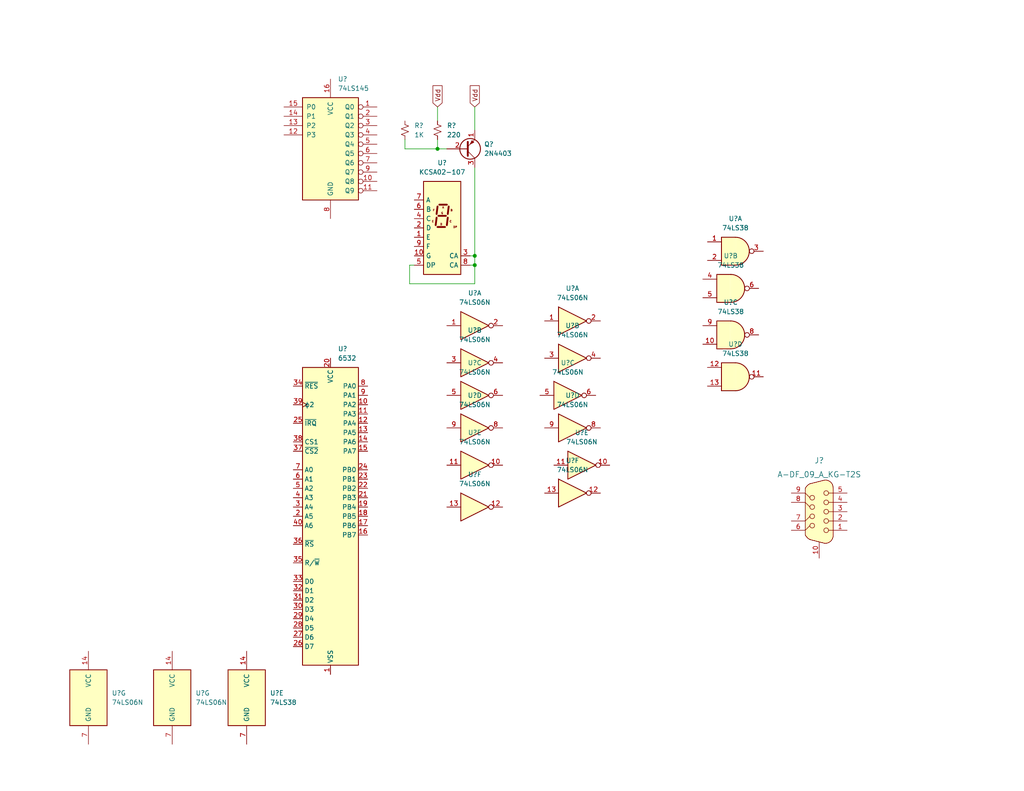
<source format=kicad_sch>
(kicad_sch (version 20211123) (generator eeschema)
  (paper "USLetter")
  (lib_symbols
    (symbol "74xx:74LS06N" (pin_names (offset 1.016))
      (property "Reference" "U" (at 0 1.27 0))
      (property "Value" "74LS06N" (at 0 -1.27 0))
      (symbol "74LS06N_1_0"
        (polyline (pts (xy -3.81 3.81) (xy -3.81 -3.81) (xy 3.81 0) (xy -3.81 3.81)) (stroke (width 0.254)) (fill (type background)))
        (pin input line (at -7.62 0 0) (length 3.81) (name "~") (number "1"))
        (pin open_collector inverted (at 7.62 0 180) (length 3.81) (name "~") (number "2"))
      )
      (symbol "74LS06N_2_0"
        (polyline (pts (xy -3.81 3.81) (xy -3.81 -3.81) (xy 3.81 0) (xy -3.81 3.81)) (stroke (width 0.254)) (fill (type background)))
        (pin input line (at -7.62 0 0) (length 3.81) (name "~") (number "3"))
        (pin open_collector inverted (at 7.62 0 180) (length 3.81) (name "~") (number "4"))
      )
      (symbol "74LS06N_3_0"
        (polyline (pts (xy -3.81 3.81) (xy -3.81 -3.81) (xy 3.81 0) (xy -3.81 3.81)) (stroke (width 0.254)) (fill (type background)))
        (pin input line (at -7.62 0 0) (length 3.81) (name "~") (number "5"))
        (pin open_collector inverted (at 7.62 0 180) (length 3.81) (name "~") (number "6"))
      )
      (symbol "74LS06N_4_0"
        (polyline (pts (xy -3.81 3.81) (xy -3.81 -3.81) (xy 3.81 0) (xy -3.81 3.81)) (stroke (width 0.254)) (fill (type background)))
        (pin open_collector inverted (at 7.62 0 180) (length 3.81) (name "~") (number "8"))
        (pin input line (at -7.62 0 0) (length 3.81) (name "~") (number "9"))
      )
      (symbol "74LS06N_5_0"
        (polyline (pts (xy -3.81 3.81) (xy -3.81 -3.81) (xy 3.81 0) (xy -3.81 3.81)) (stroke (width 0.254)) (fill (type background)))
        (pin open_collector inverted (at 7.62 0 180) (length 3.81) (name "~") (number "10"))
        (pin input line (at -7.62 0 0) (length 3.81) (name "~") (number "11"))
      )
      (symbol "74LS06N_6_0"
        (polyline (pts (xy -3.81 3.81) (xy -3.81 -3.81) (xy 3.81 0) (xy -3.81 3.81)) (stroke (width 0.254)) (fill (type background)))
        (pin open_collector inverted (at 7.62 0 180) (length 3.81) (name "~") (number "12"))
        (pin input line (at -7.62 0 0) (length 3.81) (name "~") (number "13"))
      )
      (symbol "74LS06N_7_0"
        (pin power_in line (at 0 12.7 270) (length 5.08) (name "VCC") (number "14"))
        (pin power_in line (at 0 -12.7 90) (length 5.08) (name "GND") (number "7"))
      )
      (symbol "74LS06N_7_1"
        (rectangle (start -5.08 7.62) (end 5.08 -7.62) (stroke (width 0.254)) (fill (type background)))
      )
    )
    (symbol "74xx:74LS145" (pin_names (offset 1.016))
      (property "Reference" "U" (at -7.62 13.97 0))
      (property "Value" "74LS145" (at -7.62 -16.51 0))
      (symbol "74LS145_1_0"
        (pin open_collector inverted (at 12.7 10.16 180) (length 5.08) (name "Q0") (number "1"))
        (pin open_collector inverted (at 12.7 -10.16 180) (length 5.08) (name "Q8") (number "10"))
        (pin open_collector inverted (at 12.7 -12.7 180) (length 5.08) (name "Q9") (number "11"))
        (pin input line (at -12.7 2.54 0) (length 5.08) (name "P3") (number "12"))
        (pin input line (at -12.7 5.08 0) (length 5.08) (name "P2") (number "13"))
        (pin input line (at -12.7 7.62 0) (length 5.08) (name "P1") (number "14"))
        (pin input line (at -12.7 10.16 0) (length 5.08) (name "P0") (number "15"))
        (pin power_in line (at 0 17.78 270) (length 5.08) (name "VCC") (number "16"))
        (pin open_collector inverted (at 12.7 7.62 180) (length 5.08) (name "Q1") (number "2"))
        (pin open_collector inverted (at 12.7 5.08 180) (length 5.08) (name "Q2") (number "3"))
        (pin open_collector inverted (at 12.7 2.54 180) (length 5.08) (name "Q3") (number "4"))
        (pin open_collector inverted (at 12.7 0 180) (length 5.08) (name "Q4") (number "5"))
        (pin open_collector inverted (at 12.7 -2.54 180) (length 5.08) (name "Q5") (number "6"))
        (pin open_collector inverted (at 12.7 -5.08 180) (length 5.08) (name "Q6") (number "7"))
        (pin power_in line (at 0 -20.32 90) (length 5.08) (name "GND") (number "8"))
        (pin open_collector inverted (at 12.7 -7.62 180) (length 5.08) (name "Q7") (number "9"))
      )
      (symbol "74LS145_1_1"
        (rectangle (start -7.62 12.7) (end 7.62 -15.24) (stroke (width 0.254)) (fill (type background)))
      )
    )
    (symbol "74xx:74LS38" (pin_names (offset 1.016))
      (property "Reference" "U" (at 0 1.27 0))
      (property "Value" "74LS38" (at 0 -1.27 0))
      (symbol "74LS38_1_1"
        (arc (start 0 -3.81) (mid 3.81 0) (end 0 3.81) (stroke (width 0.254)) (fill (type background)))
        (polyline (pts (xy 0 3.81) (xy -3.81 3.81) (xy -3.81 -3.81) (xy 0 -3.81)) (stroke (width 0.254)) (fill (type background)))
        (pin input line (at -7.62 2.54 0) (length 3.81) (name "~") (number "1"))
        (pin input line (at -7.62 -2.54 0) (length 3.81) (name "~") (number "2"))
        (pin open_collector inverted (at 7.62 0 180) (length 3.81) (name "~") (number "3"))
      )
      (symbol "74LS38_1_2"
        (arc (start -3.81 -3.81) (mid -2.589 0) (end -3.81 3.81) (stroke (width 0.254)))
        (arc (start -0.6096 -3.81) (mid 2.1842 -2.5851) (end 3.81 0) (stroke (width 0.254)) (fill (type background)))
        (polyline (pts (xy -3.81 -3.81) (xy -0.635 -3.81)) (stroke (width 0.254)) (fill (type background)))
        (polyline (pts (xy -3.81 3.81) (xy -0.635 3.81)) (stroke (width 0.254)) (fill (type background)))
        (polyline (pts (xy -0.635 3.81) (xy -3.81 3.81) (xy -3.81 3.81) (xy -3.556 3.4036) (xy -3.0226 2.2606) (xy -2.6924 1.0414) (xy -2.6162 -0.254) (xy -2.7686 -1.4986) (xy -3.175 -2.7178) (xy -3.81 -3.81) (xy -3.81 -3.81) (xy -0.635 -3.81)) (stroke (width -25.4)) (fill (type background)))
        (arc (start 3.81 0) (mid 2.1915 2.5936) (end -0.6096 3.81) (stroke (width 0.254)) (fill (type background)))
        (pin input inverted (at -7.62 2.54 0) (length 4.318) (name "~") (number "1"))
        (pin input inverted (at -7.62 -2.54 0) (length 4.318) (name "~") (number "2"))
        (pin open_collector line (at 7.62 0 180) (length 3.81) (name "~") (number "3"))
      )
      (symbol "74LS38_2_1"
        (arc (start 0 -3.81) (mid 3.81 0) (end 0 3.81) (stroke (width 0.254)) (fill (type background)))
        (polyline (pts (xy 0 3.81) (xy -3.81 3.81) (xy -3.81 -3.81) (xy 0 -3.81)) (stroke (width 0.254)) (fill (type background)))
        (pin input line (at -7.62 2.54 0) (length 3.81) (name "~") (number "4"))
        (pin input line (at -7.62 -2.54 0) (length 3.81) (name "~") (number "5"))
        (pin open_collector inverted (at 7.62 0 180) (length 3.81) (name "~") (number "6"))
      )
      (symbol "74LS38_2_2"
        (arc (start -3.81 -3.81) (mid -2.589 0) (end -3.81 3.81) (stroke (width 0.254)))
        (arc (start -0.6096 -3.81) (mid 2.1842 -2.5851) (end 3.81 0) (stroke (width 0.254)) (fill (type background)))
        (polyline (pts (xy -3.81 -3.81) (xy -0.635 -3.81)) (stroke (width 0.254)) (fill (type background)))
        (polyline (pts (xy -3.81 3.81) (xy -0.635 3.81)) (stroke (width 0.254)) (fill (type background)))
        (polyline (pts (xy -0.635 3.81) (xy -3.81 3.81) (xy -3.81 3.81) (xy -3.556 3.4036) (xy -3.0226 2.2606) (xy -2.6924 1.0414) (xy -2.6162 -0.254) (xy -2.7686 -1.4986) (xy -3.175 -2.7178) (xy -3.81 -3.81) (xy -3.81 -3.81) (xy -0.635 -3.81)) (stroke (width -25.4)) (fill (type background)))
        (arc (start 3.81 0) (mid 2.1915 2.5936) (end -0.6096 3.81) (stroke (width 0.254)) (fill (type background)))
        (pin input inverted (at -7.62 2.54 0) (length 4.318) (name "~") (number "4"))
        (pin input inverted (at -7.62 -2.54 0) (length 4.318) (name "~") (number "5"))
        (pin open_collector line (at 7.62 0 180) (length 3.81) (name "~") (number "6"))
      )
      (symbol "74LS38_3_1"
        (arc (start 0 -3.81) (mid 3.81 0) (end 0 3.81) (stroke (width 0.254)) (fill (type background)))
        (polyline (pts (xy 0 3.81) (xy -3.81 3.81) (xy -3.81 -3.81) (xy 0 -3.81)) (stroke (width 0.254)) (fill (type background)))
        (pin input line (at -7.62 -2.54 0) (length 3.81) (name "~") (number "10"))
        (pin open_collector inverted (at 7.62 0 180) (length 3.81) (name "~") (number "8"))
        (pin input line (at -7.62 2.54 0) (length 3.81) (name "~") (number "9"))
      )
      (symbol "74LS38_3_2"
        (arc (start -3.81 -3.81) (mid -2.589 0) (end -3.81 3.81) (stroke (width 0.254)))
        (arc (start -0.6096 -3.81) (mid 2.1842 -2.5851) (end 3.81 0) (stroke (width 0.254)) (fill (type background)))
        (polyline (pts (xy -3.81 -3.81) (xy -0.635 -3.81)) (stroke (width 0.254)) (fill (type background)))
        (polyline (pts (xy -3.81 3.81) (xy -0.635 3.81)) (stroke (width 0.254)) (fill (type background)))
        (polyline (pts (xy -0.635 3.81) (xy -3.81 3.81) (xy -3.81 3.81) (xy -3.556 3.4036) (xy -3.0226 2.2606) (xy -2.6924 1.0414) (xy -2.6162 -0.254) (xy -2.7686 -1.4986) (xy -3.175 -2.7178) (xy -3.81 -3.81) (xy -3.81 -3.81) (xy -0.635 -3.81)) (stroke (width -25.4)) (fill (type background)))
        (arc (start 3.81 0) (mid 2.1915 2.5936) (end -0.6096 3.81) (stroke (width 0.254)) (fill (type background)))
        (pin input inverted (at -7.62 -2.54 0) (length 4.318) (name "~") (number "10"))
        (pin open_collector line (at 7.62 0 180) (length 3.81) (name "~") (number "8"))
        (pin input inverted (at -7.62 2.54 0) (length 4.318) (name "~") (number "9"))
      )
      (symbol "74LS38_4_1"
        (arc (start 0 -3.81) (mid 3.81 0) (end 0 3.81) (stroke (width 0.254)) (fill (type background)))
        (polyline (pts (xy 0 3.81) (xy -3.81 3.81) (xy -3.81 -3.81) (xy 0 -3.81)) (stroke (width 0.254)) (fill (type background)))
        (pin open_collector inverted (at 7.62 0 180) (length 3.81) (name "~") (number "11"))
        (pin input line (at -7.62 2.54 0) (length 3.81) (name "~") (number "12"))
        (pin input line (at -7.62 -2.54 0) (length 3.81) (name "~") (number "13"))
      )
      (symbol "74LS38_4_2"
        (arc (start -3.81 -3.81) (mid -2.589 0) (end -3.81 3.81) (stroke (width 0.254)))
        (arc (start -0.6096 -3.81) (mid 2.1842 -2.5851) (end 3.81 0) (stroke (width 0.254)) (fill (type background)))
        (polyline (pts (xy -3.81 -3.81) (xy -0.635 -3.81)) (stroke (width 0.254)) (fill (type background)))
        (polyline (pts (xy -3.81 3.81) (xy -0.635 3.81)) (stroke (width 0.254)) (fill (type background)))
        (polyline (pts (xy -0.635 3.81) (xy -3.81 3.81) (xy -3.81 3.81) (xy -3.556 3.4036) (xy -3.0226 2.2606) (xy -2.6924 1.0414) (xy -2.6162 -0.254) (xy -2.7686 -1.4986) (xy -3.175 -2.7178) (xy -3.81 -3.81) (xy -3.81 -3.81) (xy -0.635 -3.81)) (stroke (width -25.4)) (fill (type background)))
        (arc (start 3.81 0) (mid 2.1915 2.5936) (end -0.6096 3.81) (stroke (width 0.254)) (fill (type background)))
        (pin open_collector line (at 7.62 0 180) (length 3.81) (name "~") (number "11"))
        (pin input inverted (at -7.62 2.54 0) (length 4.318) (name "~") (number "12"))
        (pin input inverted (at -7.62 -2.54 0) (length 4.318) (name "~") (number "13"))
      )
      (symbol "74LS38_5_0"
        (pin power_in line (at 0 12.7 270) (length 5.08) (name "VCC") (number "14"))
        (pin power_in line (at 0 -12.7 90) (length 5.08) (name "GND") (number "7"))
      )
      (symbol "74LS38_5_1"
        (rectangle (start -5.08 7.62) (end 5.08 -7.62) (stroke (width 0.254)) (fill (type background)))
      )
    )
    (symbol "Device:Q_PNP_EBC" (pin_names (offset 0) hide)
      (property "Reference" "Q" (at 5.08 1.27 0))
      (property "Value" "Q_PNP_EBC" (at 5.08 -1.27 0))
      (symbol "Q_PNP_EBC_0_1"
        (polyline (pts (xy 0.635 0.635) (xy 2.54 2.54)))
        (polyline (pts (xy 0.635 -0.635) (xy 2.54 -2.54) (xy 2.54 -2.54)))
        (polyline (pts (xy 0.635 1.905) (xy 0.635 -1.905) (xy 0.635 -1.905)) (stroke (width 0.508)))
        (polyline (pts (xy 2.286 -1.778) (xy 1.778 -2.286) (xy 1.27 -1.27) (xy 2.286 -1.778) (xy 2.286 -1.778)) (fill (type outline)))
        (circle (center 1.27 0) (radius 2.8194) (stroke (width 0.254)))
      )
      (symbol "Q_PNP_EBC_1_1"
        (pin passive line (at 2.54 -5.08 90) (length 2.54) (name "E") (number "1"))
        (pin input line (at -5.08 0 0) (length 5.715) (name "B") (number "2"))
        (pin passive line (at 2.54 5.08 270) (length 2.54) (name "C") (number "3"))
      )
    )
    (symbol "Device:R_Small_US" (pin_numbers hide) (pin_names (offset 0.254) hide)
      (property "Reference" "R" (at 0.762 0.508 0))
      (property "Value" "R_Small_US" (at 0.762 -1.016 0))
      (symbol "R_Small_US_1_1"
        (polyline (pts (xy 0 0) (xy 1.016 -0.381) (xy 0 -0.762) (xy -1.016 -1.143) (xy 0 -1.524)))
        (polyline (pts (xy 0 1.524) (xy 1.016 1.143) (xy 0 0.762) (xy -1.016 0.381) (xy 0 0)))
        (pin passive line (at 0 2.54 270) (length 1.016) (name "~") (number "1"))
        (pin passive line (at 0 -2.54 90) (length 1.016) (name "~") (number "2"))
      )
    )
    (symbol "Display_Character:KCSA02-107" (pin_names (offset 0.635))
      (property "Reference" "U" (at -2.54 13.97 0))
      (property "Value" "KCSA02-107" (at 1.27 13.97 0))
      (symbol "KCSA02-107_0_0"
        (text "A" (at 0.254 5.588 0) (effects (font (size 0.508 0.508))))
        (text "B" (at 2.54 4.826 0) (effects (font (size 0.508 0.508))))
        (text "C" (at 2.286 1.778 0) (effects (font (size 0.508 0.508))))
        (text "D" (at -0.254 1.016 0) (effects (font (size 0.508 0.508))))
        (text "DP" (at 3.556 0.254 0) (effects (font (size 0.508 0.508))))
        (text "E" (at -2.54 1.778 0) (effects (font (size 0.508 0.508))))
        (text "F" (at -2.286 4.826 0) (effects (font (size 0.508 0.508))))
        (text "G" (at 0 4.064 0) (effects (font (size 0.508 0.508))))
      )
      (symbol "KCSA02-107_0_1"
        (rectangle (start -5.08 12.7) (end 5.08 -12.7) (stroke (width 0.254)) (fill (type background)))
        (polyline (pts (xy -1.524 2.794) (xy -1.778 0.762)) (stroke (width 0.508)))
        (polyline (pts (xy -1.27 0.254) (xy 0.762 0.254)) (stroke (width 0.508)))
        (polyline (pts (xy -1.27 5.842) (xy -1.524 3.81)) (stroke (width 0.508)))
        (polyline (pts (xy -1.016 3.302) (xy 1.016 3.302)) (stroke (width 0.508)))
        (polyline (pts (xy -0.762 6.35) (xy 1.27 6.35)) (stroke (width 0.508)))
        (polyline (pts (xy 1.524 2.794) (xy 1.27 0.762)) (stroke (width 0.508)))
        (polyline (pts (xy 1.778 5.842) (xy 1.524 3.81)) (stroke (width 0.508)))
        (polyline (pts (xy 2.54 0.254) (xy 2.54 0.254)) (stroke (width 0.508)))
      )
      (symbol "KCSA02-107_1_1"
        (pin input line (at -7.62 -2.54 0) (length 2.54) (name "E") (number "1"))
        (pin input line (at -7.62 -7.62 0) (length 2.54) (name "G") (number "10"))
        (pin input line (at -7.62 0 0) (length 2.54) (name "D") (number "2"))
        (pin input line (at 7.62 -7.62 180) (length 2.54) (name "CA") (number "3"))
        (pin input line (at -7.62 2.54 0) (length 2.54) (name "C") (number "4"))
        (pin input line (at -7.62 -10.16 0) (length 2.54) (name "DP") (number "5"))
        (pin input line (at -7.62 5.08 0) (length 2.54) (name "B") (number "6"))
        (pin input line (at -7.62 7.62 0) (length 2.54) (name "A") (number "7"))
        (pin input line (at 7.62 -10.16 180) (length 2.54) (name "CA") (number "8"))
        (pin input line (at -7.62 -5.08 0) (length 2.54) (name "F") (number "9"))
      )
    )
    (symbol "RetroLab 6502:6532"
      (property "Reference" "U" (at 2.54 45.72 0))
      (property "Value" "6532" (at 2.54 43.18 0))
      (symbol "6532_1_1"
        (rectangle (start -7.62 40.64) (end 7.62 -40.64) (stroke (width 0.254)) (fill (type background)))
        (pin power_in line (at 0 -43.18 90) (length 2.54) (name "VSS") (number "1"))
        (pin bidirectional line (at 10.16 30.48 180) (length 2.54) (name "PA2") (number "10"))
        (pin bidirectional line (at 10.16 27.94 180) (length 2.54) (name "PA3") (number "11"))
        (pin bidirectional line (at 10.16 25.4 180) (length 2.54) (name "PA4") (number "12"))
        (pin bidirectional line (at 10.16 22.86 180) (length 2.54) (name "PA5") (number "13"))
        (pin bidirectional line (at 10.16 20.32 180) (length 2.54) (name "PA6") (number "14"))
        (pin bidirectional line (at 10.16 17.78 180) (length 2.54) (name "PA7") (number "15"))
        (pin bidirectional line (at 10.16 -5.08 180) (length 2.54) (name "PB7") (number "16"))
        (pin bidirectional line (at 10.16 -2.54 180) (length 2.54) (name "PB6") (number "17"))
        (pin bidirectional line (at 10.16 0 180) (length 2.54) (name "PB5") (number "18"))
        (pin bidirectional line (at 10.16 2.54 180) (length 2.54) (name "PB4") (number "19"))
        (pin input line (at -10.16 0 0) (length 2.54) (name "A5") (number "2"))
        (pin power_in line (at 0 43.18 270) (length 2.54) (name "VCC") (number "20"))
        (pin bidirectional line (at 10.16 5.08 180) (length 2.54) (name "PB3") (number "21"))
        (pin bidirectional line (at 10.16 7.62 180) (length 2.54) (name "PB2") (number "22"))
        (pin bidirectional line (at 10.16 10.16 180) (length 2.54) (name "PB1") (number "23"))
        (pin bidirectional line (at 10.16 12.7 180) (length 2.54) (name "PB0") (number "24"))
        (pin open_collector line (at -10.16 25.4 0) (length 2.54) (name "~{IRQ}") (number "25"))
        (pin bidirectional line (at -10.16 -35.56 0) (length 2.54) (name "D7") (number "26"))
        (pin bidirectional line (at -10.16 -33.02 0) (length 2.54) (name "D6") (number "27"))
        (pin bidirectional line (at -10.16 -30.48 0) (length 2.54) (name "D5") (number "28"))
        (pin bidirectional line (at -10.16 -27.94 0) (length 2.54) (name "D4") (number "29"))
        (pin input line (at -10.16 2.54 0) (length 2.54) (name "A4") (number "3"))
        (pin bidirectional line (at -10.16 -25.4 0) (length 2.54) (name "D3") (number "30"))
        (pin bidirectional line (at -10.16 -22.86 0) (length 2.54) (name "D2") (number "31"))
        (pin bidirectional line (at -10.16 -20.32 0) (length 2.54) (name "D1") (number "32"))
        (pin bidirectional line (at -10.16 -17.78 0) (length 2.54) (name "D0") (number "33"))
        (pin input line (at -10.16 35.56 0) (length 2.54) (name "~{RES}") (number "34"))
        (pin input line (at -10.16 -12.7 0) (length 2.54) (name "R/~{W}") (number "35"))
        (pin input line (at -10.16 -7.62 0) (length 2.54) (name "~{RS}") (number "36"))
        (pin input line (at -10.16 17.78 0) (length 2.54) (name "~{CS2}") (number "37"))
        (pin input line (at -10.16 20.32 0) (length 2.54) (name "CS1") (number "38"))
        (pin input clock (at -10.16 30.48 0) (length 2.54) (name "ϕ2") (number "39"))
        (pin input line (at -10.16 5.08 0) (length 2.54) (name "A3") (number "4"))
        (pin input line (at -10.16 -2.54 0) (length 2.54) (name "A6") (number "40"))
        (pin input line (at -10.16 7.62 0) (length 2.54) (name "A2") (number "5"))
        (pin input line (at -10.16 10.16 0) (length 2.54) (name "A1") (number "6"))
        (pin input line (at -10.16 12.7 0) (length 2.54) (name "A0") (number "7"))
        (pin bidirectional line (at 10.16 35.56 180) (length 2.54) (name "PA0") (number "8"))
        (pin bidirectional line (at 10.16 33.02 180) (length 2.54) (name "PA1") (number "9"))
      )
    )
    (symbol "_DigiKey D_Sub:A-DF_09_A_KG-T2S" (pin_names (offset 1.016))
      (property "Reference" "J" (at -3.81 8.89 0))
      (property "Value" "A-DF_09_A_KG-T2S" (at 1.27 -10.16 0))
      (symbol "A-DF_09_A_KG-T2S_0_1"
        (circle (center -1.905 -3.81) (radius 0.635))
        (circle (center -1.905 -1.27) (radius 0.635))
        (circle (center -1.905 1.27) (radius 0.635))
        (circle (center -1.905 3.81) (radius 0.635))
        (polyline (pts (xy -3.81 -5.08) (xy -2.54 -3.81)))
        (polyline (pts (xy -3.81 -2.54) (xy -2.54 -1.27)))
        (polyline (pts (xy -3.81 2.54) (xy -2.54 1.27)))
        (polyline (pts (xy -3.81 5.08) (xy -2.54 3.81)))
        (polyline (pts (xy 3.81 -5.08) (xy 2.54 -5.08)))
        (polyline (pts (xy 3.81 -2.54) (xy 2.54 -2.54)))
        (polyline (pts (xy 3.81 0) (xy 2.54 0)))
        (polyline (pts (xy 3.81 2.54) (xy 2.54 2.54)))
        (polyline (pts (xy 3.81 5.08) (xy 2.54 5.08)))
        (circle (center 1.905 -5.08) (radius 0.635))
        (circle (center 1.905 -2.54) (radius 0.635))
        (circle (center 1.905 0) (radius 0.635))
        (circle (center 1.905 2.54) (radius 0.635))
        (circle (center 1.905 5.08) (radius 0.635))
      )
      (symbol "A-DF_09_A_KG-T2S_1_1"
        (arc (start -3.81 -6.35) (mid -3.278 -7.088) (end -2.54 -7.62))
        (arc (start -2.54 7.62) (mid -3.278 7.088) (end -3.81 6.35))
        (polyline (pts (xy -3.81 6.35) (xy -3.81 -6.35)) (fill (type background)))
        (polyline (pts (xy -2.54 7.62) (xy 1.524 8.636)) (fill (type background)))
        (polyline (pts (xy 1.524 -8.636) (xy -2.54 -7.62)) (fill (type background)))
        (polyline (pts (xy 3.81 6.35) (xy 3.81 -6.35)) (fill (type background)))
        (polyline (pts (xy -2.54 7.62) (xy -2.794 7.4676) (xy -2.8956 7.366) (xy -3.048 7.3152) (xy -3.2004 7.1628) (xy -3.302 7.0612) (xy -3.4036 6.9088) (xy -3.5052 6.8072) (xy -3.6068 6.6548) (xy -3.7084 6.5024) (xy -3.81 6.35) (xy -3.81 -6.35) (xy -3.6576 -6.5532) (xy -3.5052 -6.8072) (xy -3.302 -6.9596) (xy -3.0988 -7.2644) (xy -2.794 -7.4168) (xy -2.4384 -7.62) (xy 1.4732 -8.636) (xy 1.7272 -8.636) (xy 2.1336 -8.5852) (xy 2.4892 -8.4836) (xy 2.8956 -8.2296) (xy 3.2512 -7.9248) (xy 3.5052 -7.5692) (xy 3.6576 -7.2644) (xy 3.81 -6.8072) (xy 3.81 -6.35) (xy 3.81 6.35) (xy 3.7592 6.7564) (xy 3.7084 7.112) (xy 3.556 7.5184) (xy 3.4036 7.7724) (xy 3.2004 7.9756) (xy 2.9972 8.1788) (xy 2.7432 8.3312) (xy 2.3876 8.4836) (xy 2.032 8.636) (xy 1.778 8.636) (xy 1.524 8.636) (xy -2.4892 7.62)) (fill (type background)))
        (arc (start 1.524 -8.636) (mid 3.1896 -8.0073) (end 3.81 -6.35))
        (arc (start 3.81 6.35) (mid 3.1813 8.0156) (end 1.524 8.636))
        (pin passive line (at 7.62 -5.08 180) (length 3.81) (name "~") (number "1"))
        (pin passive line (at 0 -12.7 90) (length 4.445) (name "~") (number "10"))
        (pin passive line (at 7.62 -2.54 180) (length 3.81) (name "~") (number "2"))
        (pin passive line (at 7.62 0 180) (length 3.81) (name "~") (number "3"))
        (pin passive line (at 7.62 2.54 180) (length 3.81) (name "~") (number "4"))
        (pin passive line (at 7.62 5.08 180) (length 3.81) (name "~") (number "5"))
        (pin passive line (at -7.62 -5.08 0) (length 3.81) (name "~") (number "6"))
        (pin passive line (at -7.62 -2.54 0) (length 3.81) (name "~") (number "7"))
        (pin passive line (at -7.62 2.54 0) (length 3.81) (name "~") (number "8"))
        (pin passive line (at -7.62 5.08 0) (length 3.81) (name "~") (number "9"))
      )
    )
  )
  (junction (at 129.54 72.39))
  (junction (at 119.38 40.64))
  (junction (at 129.54 69.85))
  (wire (pts (xy 119.38 29.21) (xy 119.38 33.02)))
  (wire (pts (xy 119.38 38.1) (xy 119.38 40.64)))
  (wire (pts (xy 129.54 45.72) (xy 129.54 69.85)))
  (wire (pts (xy 111.76 72.39) (xy 111.76 77.47)))
  (wire (pts (xy 129.54 29.21) (xy 129.54 35.56)))
  (wire (pts (xy 129.54 69.85) (xy 129.54 72.39)))
  (wire (pts (xy 129.54 72.39) (xy 128.27 72.39)))
  (wire (pts (xy 111.76 77.47) (xy 129.54 77.47)))
  (wire (pts (xy 110.49 38.1) (xy 110.49 40.64)))
  (wire (pts (xy 119.38 40.64) (xy 121.92 40.64)))
  (wire (pts (xy 128.27 69.85) (xy 129.54 69.85)))
  (wire (pts (xy 129.54 77.47) (xy 129.54 72.39)))
  (wire (pts (xy 113.03 72.39) (xy 111.76 72.39)))
  (wire (pts (xy 110.49 40.64) (xy 119.38 40.64)))
  (global_label "Vdd" (shape input) (at 129.54 29.21 90) (property "Intersheet References" "${INTERSHEET_REFS}" (effects hide)))
  (global_label "Vdd" (shape input) (at 119.38 29.21 90) (property "Intersheet References" "${INTERSHEET_REFS}" (effects hide)))
  (symbol (lib_id "74xx:74LS06N") (at 156.21 87.63 0) (unit 1)
    (property "Reference" "U?" (at 156.21 78.74 0))
    (property "Value" "74LS06N" (at 156.21 81.28 0))
    (property "Datasheet" "http://www.ti.com/lit/gpn/sn74LS06N" (effects hide))
  )
  (symbol (lib_id "74xx:74LS06N") (at 156.21 97.79 0) (unit 2)
    (property "Reference" "U?" (at 156.21 88.9 0))
    (property "Value" "74LS06N" (at 156.21 91.44 0))
    (property "Datasheet" "http://www.ti.com/lit/gpn/sn74LS06N" (effects hide))
  )
  (symbol (lib_id "74xx:74LS38") (at 199.39 91.44 0) (unit 3)
    (property "Reference" "U?" (at 199.39 82.55 0))
    (property "Value" "74LS38" (at 199.39 85.09 0))
    (property "Datasheet" "http://www.ti.com/lit/gpn/sn74LS38" (effects hide))
  )
  (symbol (lib_id "74xx:74LS38") (at 199.39 78.74 0) (unit 2)
    (property "Reference" "U?" (at 199.39 69.85 0))
    (property "Value" "74LS38" (at 199.39 72.39 0))
    (property "Datasheet" "http://www.ti.com/lit/gpn/sn74LS38" (effects hide))
  )
  (symbol (lib_id "74xx:74LS06N") (at 24.13 190.5 0) (unit 7)
    (property "Reference" "U?" (at 30.48 189.2299 0) (effects (justify left)))
    (property "Value" "74LS06N" (at 30.48 191.7699 0) (effects (justify left)))
    (property "Datasheet" "http://www.ti.com/lit/gpn/sn74LS06N" (effects hide))
  )
  (symbol (lib_id "74xx:74LS38") (at 67.31 190.5 0) (unit 5)
    (property "Reference" "U?" (at 73.66 189.2299 0) (effects (justify left)))
    (property "Value" "74LS38" (at 73.66 191.7699 0) (effects (justify left)))
    (property "Datasheet" "http://www.ti.com/lit/gpn/sn74LS38" (effects hide))
  )
  (symbol (lib_id "Device:R_Small_US") (at 119.38 35.56 0) (unit 1)
    (property "Reference" "R?" (at 121.92 34.2899 0) (effects (justify left)))
    (property "Value" "220" (at 121.92 36.8299 0) (effects (justify left)))
  )
  (symbol (lib_id "Display_Character:KCSA02-107") (at 120.65 62.23 0) (unit 1)
    (property "Reference" "U?" (at 120.65 44.45 0))
    (property "Value" "KCSA02-107" (at 120.65 46.99 0))
    (property "Footprint" "Display_7Segment:KCSC02-107" (effects hide))
    (property "Datasheet" "http://www.kingbright.com/attachments/file/psearch/000/00/00/KCSA02-107(Ver.10A).pdf" (effects hide))
  )
  (symbol (lib_id "74xx:74LS06N") (at 156.21 134.62 0) (unit 6)
    (property "Reference" "U?" (at 156.21 125.73 0))
    (property "Value" "74LS06N" (at 156.21 128.27 0))
    (property "Datasheet" "http://www.ti.com/lit/gpn/sn74LS06N" (effects hide))
  )
  (symbol (lib_id "74xx:74LS38") (at 200.66 68.58 0) (unit 1)
    (property "Reference" "U?" (at 200.66 59.69 0))
    (property "Value" "74LS38" (at 200.66 62.23 0))
    (property "Datasheet" "http://www.ti.com/lit/gpn/sn74LS38" (effects hide))
  )
  (symbol (lib_id "RetroLab 6502:6532") (at 90.17 140.97 0) (unit 1)
    (property "Reference" "U?" (at 92.1894 95.25 0) (effects (justify left)))
    (property "Value" "6532" (at 92.1894 97.79 0) (effects (justify left)))
    (property "Footprint" "Package_DIP:DIP-40_W15.24mm" (effects hide))
    (property "Datasheet" "http://www.6502.org/documents/datasheets/mos/mos_6532_riot.pdf" (effects hide))
  )
  (symbol (lib_id "74xx:74LS06N") (at 158.75 127 0) (unit 5)
    (property "Reference" "U?" (at 158.75 118.11 0))
    (property "Value" "74LS06N" (at 158.75 120.65 0))
    (property "Datasheet" "http://www.ti.com/lit/gpn/sn74LS06N" (effects hide))
  )
  (symbol (lib_id "Device:Q_PNP_EBC") (at 127 40.64 0) (mirror x) (unit 1)
    (property "Reference" "Q?" (at 132.08 39.3699 0) (effects (justify left)))
    (property "Value" "2N4403" (at 132.08 41.9099 0) (effects (justify left)))
  )
  (symbol (lib_id "74xx:74LS06N") (at 129.54 127 0) (unit 5)
    (property "Reference" "U?" (at 129.54 118.11 0))
    (property "Value" "74LS06N" (at 129.54 120.65 0))
    (property "Datasheet" "http://www.ti.com/lit/gpn/sn74LS06N" (effects hide))
  )
  (symbol (lib_id "_DigiKey D_Sub:A-DF_09_A_KG-T2S") (at 223.52 139.7 0) (unit 1)
    (property "Reference" "J?" (at 223.5345 125.73 0) (effects (font (size 1.524 1.524))))
    (property "Value" "A-DF_09_A_KG-T2S" (at 223.5345 129.54 0) (effects (font (size 1.524 1.524))))
    (property "Footprint" "digikey-footprints:DSUB-9_Receptical_A-DF_09_A_KG-T2S" (effects hide))
    (property "Datasheet" "http://www.assmann-wsw.com/fileadmin/datasheets/ASS_4888_CO.pdf" (effects hide))
    (property "Digi-Key_PN" "AE10921-ND" (effects hide))
    (property "MPN" "A-DF 09 A/KG-T2S" (effects hide))
    (property "Category" "Connectors, Interconnects" (effects hide))
    (property "Family" "D-Sub Connectors" (effects hide))
    (property "DK_Datasheet_Link" "http://www.assmann-wsw.com/fileadmin/datasheets/ASS_4888_CO.pdf" (effects hide))
    (property "DK_Detail_Page" "/product-detail/en/assmann-wsw-components/A-DF-09-A-KG-T2S/AE10921-ND/1241800" (effects hide))
    (property "Description" "CONN D-SUB RCPT 9POS R/A SOLDER" (effects hide))
    (property "Manufacturer" "Assmann WSW Components" (effects hide))
    (property "Status" "Active" (effects hide))
  )
  (symbol (lib_id "74xx:74LS06N") (at 129.54 116.84 0) (unit 4)
    (property "Reference" "U?" (at 129.54 107.95 0))
    (property "Value" "74LS06N" (at 129.54 110.49 0))
    (property "Datasheet" "http://www.ti.com/lit/gpn/sn74LS06N" (effects hide))
  )
  (symbol (lib_id "74xx:74LS06N") (at 129.54 88.9 0) (unit 1)
    (property "Reference" "U?" (at 129.54 80.01 0))
    (property "Value" "74LS06N" (at 129.54 82.55 0))
    (property "Datasheet" "http://www.ti.com/lit/gpn/sn74LS06N" (effects hide))
  )
  (symbol (lib_id "74xx:74LS06N") (at 129.54 138.43 0) (unit 6)
    (property "Reference" "U?" (at 129.54 129.54 0))
    (property "Value" "74LS06N" (at 129.54 132.08 0))
    (property "Datasheet" "http://www.ti.com/lit/gpn/sn74LS06N" (effects hide))
  )
  (symbol (lib_id "74xx:74LS145") (at 90.17 39.37 0) (unit 1)
    (property "Reference" "U?" (at 92.1894 21.59 0) (effects (justify left)))
    (property "Value" "74LS145" (at 92.1894 24.13 0) (effects (justify left)))
    (property "Datasheet" "http://www.ti.com/lit/gpn/sn74LS145" (effects hide))
  )
  (symbol (lib_id "74xx:74LS06N") (at 129.54 107.95 0) (unit 3)
    (property "Reference" "U?" (at 129.54 99.06 0))
    (property "Value" "74LS06N" (at 129.54 101.6 0))
    (property "Datasheet" "http://www.ti.com/lit/gpn/sn74LS06N" (effects hide))
  )
  (symbol (lib_id "74xx:74LS38") (at 200.66 102.87 0) (unit 4)
    (property "Reference" "U?" (at 200.66 93.98 0))
    (property "Value" "74LS38" (at 200.66 96.52 0))
    (property "Datasheet" "http://www.ti.com/lit/gpn/sn74LS38" (effects hide))
  )
  (symbol (lib_id "74xx:74LS06N") (at 156.21 116.84 0) (unit 4)
    (property "Reference" "U?" (at 156.21 107.95 0))
    (property "Value" "74LS06N" (at 156.21 110.49 0))
    (property "Datasheet" "http://www.ti.com/lit/gpn/sn74LS06N" (effects hide))
  )
  (symbol (lib_id "74xx:74LS06N") (at 154.94 107.95 0) (unit 3)
    (property "Reference" "U?" (at 154.94 99.06 0))
    (property "Value" "74LS06N" (at 154.94 101.6 0))
    (property "Datasheet" "http://www.ti.com/lit/gpn/sn74LS06N" (effects hide))
  )
  (symbol (lib_id "74xx:74LS06N") (at 129.54 99.06 0) (unit 2)
    (property "Reference" "U?" (at 129.54 90.17 0))
    (property "Value" "74LS06N" (at 129.54 92.71 0))
    (property "Datasheet" "http://www.ti.com/lit/gpn/sn74LS06N" (effects hide))
  )
  (symbol (lib_id "74xx:74LS06N") (at 46.99 190.5 0) (unit 7)
    (property "Reference" "U?" (at 53.34 189.2299 0) (effects (justify left)))
    (property "Value" "74LS06N" (at 53.34 191.7699 0) (effects (justify left)))
    (property "Datasheet" "http://www.ti.com/lit/gpn/sn74LS06N" (effects hide))
  )
  (symbol (lib_id "Device:R_Small_US") (at 110.49 35.56 0) (unit 1)
    (property "Reference" "R?" (at 113.03 34.2899 0) (effects (justify left)))
    (property "Value" "1K" (at 113.03 36.8299 0) (effects (justify left)))
  )
)
</source>
